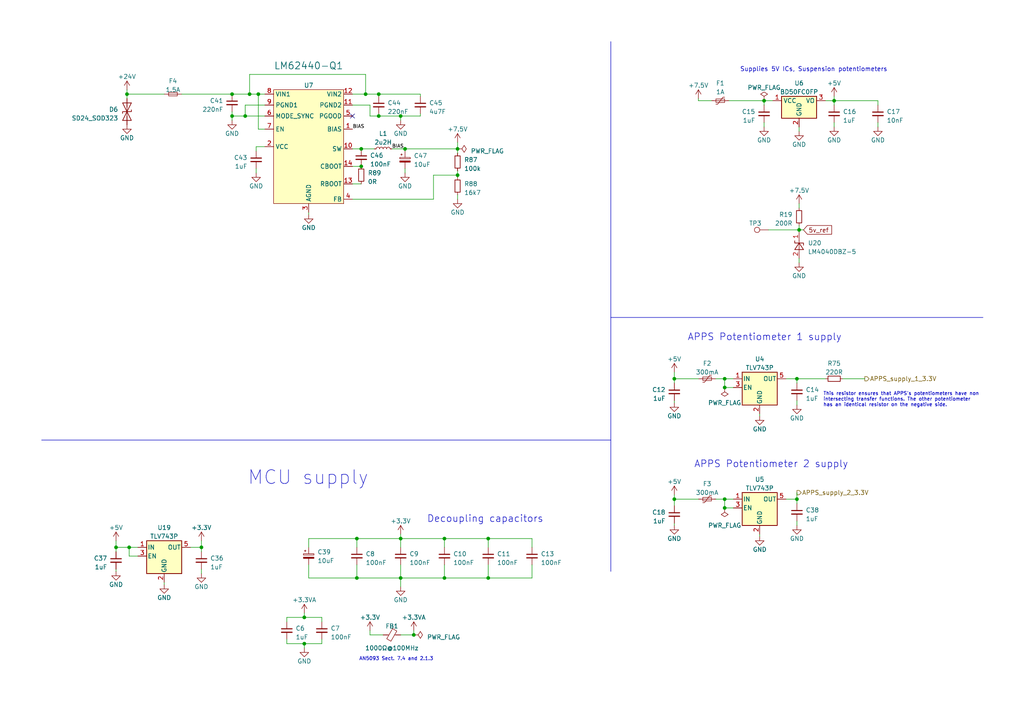
<source format=kicad_sch>
(kicad_sch (version 20230121) (generator eeschema)
  (paper "A4")
  (title_block (title "Power section") (date "2023-03-11") (rev "${REVISION}") (company "Author: Szymon Kostrubiec") (comment 1 "Reviewer:"))
  (lib_symbols
    (symbol "Connector:TestPoint" (pin_numbers hide) (pin_names (offset 0.762) hide)
      (property "Reference" "TP" (at 0 6.858 0))
      (property "Value" "TestPoint" (at 0 5.08 0))
      (symbol "TestPoint_0_1"
        (circle (center 0 3.302) (radius 0.762))
      )
      (symbol "TestPoint_1_1"
        (pin passive line (at 0 0 90) (length 2.54) (name "1") (number "1"))
      )
    )
    (symbol "Device:C_Polarized_Small" (pin_numbers hide) (pin_names (offset 0.254) hide)
      (property "Reference" "C" (at 0.254 1.778 0))
      (property "Value" "C_Polarized_Small" (at 0.254 -2.032 0))
      (symbol "C_Polarized_Small_0_1"
        (rectangle (start -1.524 -0.3048) (end 1.524 -0.6858) (fill (type outline)))
        (rectangle (start -1.524 0.6858) (end 1.524 0.3048))
        (polyline (pts (xy -1.27 1.524) (xy -0.762 1.524)))
        (polyline (pts (xy -1.016 1.27) (xy -1.016 1.778)))
      )
      (symbol "C_Polarized_Small_1_1"
        (pin passive line (at 0 2.54 270) (length 1.8542) (name "~") (number "1"))
        (pin passive line (at 0 -2.54 90) (length 1.8542) (name "~") (number "2"))
      )
    )
    (symbol "Device:C_Small" (pin_numbers hide) (pin_names (offset 0.254) hide)
      (property "Reference" "C" (at 0.254 1.778 0))
      (property "Value" "C_Small" (at 0.254 -2.032 0))
      (symbol "C_Small_0_1"
        (polyline (pts (xy -1.524 -0.508) (xy 1.524 -0.508)) (stroke (width 0.3302)))
        (polyline (pts (xy -1.524 0.508) (xy 1.524 0.508)) (stroke (width 0.3048)))
      )
      (symbol "C_Small_1_1"
        (pin passive line (at 0 2.54 270) (length 2.032) (name "~") (number "1"))
        (pin passive line (at 0 -2.54 90) (length 2.032) (name "~") (number "2"))
      )
    )
    (symbol "Device:FerriteBead_Small" (pin_numbers hide) (pin_names (offset 0))
      (property "Reference" "FB" (at 1.905 1.27 0))
      (property "Value" "FerriteBead_Small" (at 1.905 -1.27 0))
      (symbol "FerriteBead_Small_0_1"
        (polyline (pts (xy 0 -1.27) (xy 0 -0.7874)))
        (polyline (pts (xy 0 0.889) (xy 0 1.2954)))
        (polyline (pts (xy -1.8288 0.2794) (xy -1.1176 1.4986) (xy 1.8288 -0.2032) (xy 1.1176 -1.4224) (xy -1.8288 0.2794)))
      )
      (symbol "FerriteBead_Small_1_1"
        (pin passive line (at 0 2.54 270) (length 1.27) (name "~") (number "1"))
        (pin passive line (at 0 -2.54 90) (length 1.27) (name "~") (number "2"))
      )
    )
    (symbol "Device:Fuse_Small" (pin_numbers hide) (pin_names (offset 0.254) hide)
      (property "Reference" "F" (at 0 -1.524 0))
      (property "Value" "Fuse_Small" (at 0 1.524 0))
      (symbol "Fuse_Small_0_1"
        (rectangle (start -1.27 0.508) (end 1.27 -0.508))
        (polyline (pts (xy -1.27 0) (xy 1.27 0)))
      )
      (symbol "Fuse_Small_1_1"
        (pin passive line (at -2.54 0 0) (length 1.27) (name "~") (number "1"))
        (pin passive line (at 2.54 0 180) (length 1.27) (name "~") (number "2"))
      )
    )
    (symbol "Device:L_Small" (pin_numbers hide) (pin_names (offset 0.254) hide)
      (property "Reference" "L" (at 0.762 1.016 0))
      (property "Value" "L_Small" (at 0.762 -1.016 0))
      (symbol "L_Small_0_1"
        (arc (start 0 -2.032) (mid 0.5058 -1.524) (end 0 -1.016))
        (arc (start 0 -1.016) (mid 0.5058 -0.508) (end 0 0))
        (arc (start 0 0) (mid 0.5058 0.508) (end 0 1.016))
        (arc (start 0 1.016) (mid 0.5058 1.524) (end 0 2.032))
      )
      (symbol "L_Small_1_1"
        (pin passive line (at 0 2.54 270) (length 0.508) (name "~") (number "1"))
        (pin passive line (at 0 -2.54 90) (length 0.508) (name "~") (number "2"))
      )
    )
    (symbol "Device:Polyfuse_Small" (pin_numbers hide) (pin_names (offset 0))
      (property "Reference" "F" (at -1.905 0 90))
      (property "Value" "Polyfuse_Small" (at 1.905 0 90))
      (symbol "Polyfuse_Small_0_1"
        (rectangle (start -0.508 1.27) (end 0.508 -1.27))
        (polyline (pts (xy 0 2.54) (xy 0 -2.54)))
        (polyline (pts (xy -1.016 1.27) (xy -1.016 0.762) (xy 1.016 -0.762) (xy 1.016 -1.27)))
      )
      (symbol "Polyfuse_Small_1_1"
        (pin passive line (at 0 2.54 270) (length 0.635) (name "~") (number "1"))
        (pin passive line (at 0 -2.54 90) (length 0.635) (name "~") (number "2"))
      )
    )
    (symbol "Device:R_Small" (pin_numbers hide) (pin_names (offset 0.254) hide)
      (property "Reference" "R" (at 0.762 0.508 0))
      (property "Value" "R_Small" (at 0.762 -1.016 0))
      (symbol "R_Small_0_1"
        (rectangle (start -0.762 1.778) (end 0.762 -1.778) (stroke (width 0.2032)))
      )
      (symbol "R_Small_1_1"
        (pin passive line (at 0 2.54 270) (length 0.762) (name "~") (number "1"))
        (pin passive line (at 0 -2.54 90) (length 0.762) (name "~") (number "2"))
      )
    )
    (symbol "Diode:SD24_SOD323" (pin_numbers hide) (pin_names (offset 1.016) hide)
      (property "Reference" "D" (at 0 2.54 0))
      (property "Value" "SD24_SOD323" (at 0 -2.54 0))
      (symbol "SD24_SOD323_0_1"
        (polyline (pts (xy 1.27 0) (xy -1.27 0)))
        (polyline (pts (xy -2.54 -1.27) (xy 0 0) (xy -2.54 1.27) (xy -2.54 -1.27)) (stroke (width 0.2032)))
        (polyline (pts (xy 0.508 1.27) (xy 0 1.27) (xy 0 -1.27) (xy -0.508 -1.27)) (stroke (width 0.2032)))
        (polyline (pts (xy 2.54 1.27) (xy 2.54 -1.27) (xy 0 0) (xy 2.54 1.27)) (stroke (width 0.2032)))
      )
      (symbol "SD24_SOD323_1_1"
        (pin passive line (at -3.81 0 0) (length 2.54) (name "A1") (number "1"))
        (pin passive line (at 3.81 0 180) (length 2.54) (name "A2") (number "2"))
      )
    )
    (symbol "LMR51420:LM62440"
      (property "Reference" "U7" (at 0 5.715 0))
      (property "Value" "LM62440-Q1" (at 0 11.43 0))
      (symbol "LM62440_0_1"
        (rectangle (start -10.16 4.445) (end 10.16 -28.575) (fill (type background)))
      )
      (symbol "LM62440_1_1"
        (pin input line (at 12.7 -6.985 180) (length 2.54) (name "BIAS") (number "1"))
        (pin input line (at 12.7 -12.7 180) (length 2.54) (name "SW") (number "10"))
        (pin input line (at 12.7 0 180) (length 2.54) (name "PGND2") (number "11"))
        (pin input line (at 12.7 3.175 180) (length 2.54) (name "VIN2") (number "12"))
        (pin input line (at 12.7 -22.86 180) (length 2.54) (name "RBOOT") (number "13"))
        (pin input line (at 12.7 -17.78 180) (length 2.54) (name "CBOOT") (number "14"))
        (pin input line (at -12.7 -12.065 0) (length 2.54) (name "VCC") (number "2"))
        (pin input line (at 0 -31.115 90) (length 2.54) (name "AGND") (number "3"))
        (pin input line (at 12.7 -27.305 180) (length 2.54) (name "FB") (number "4"))
        (pin input line (at 12.7 -3.175 180) (length 2.54) (name "PGOOD") (number "5"))
        (pin input line (at -12.7 -3.175 0) (length 2.54) (name "MODE_SYNC") (number "6"))
        (pin input line (at -12.7 -6.985 0) (length 2.54) (name "EN") (number "7"))
        (pin input line (at -12.7 3.175 0) (length 2.54) (name "VIN1") (number "8"))
        (pin input line (at -12.7 0 0) (length 2.54) (name "PGND1") (number "9"))
      )
    )
    (symbol "Reference_Voltage:LM4040DBZ-5" (pin_names (offset 0.0254) hide)
      (property "Reference" "U" (at 0 2.54 0))
      (property "Value" "LM4040DBZ-5" (at 0 -3.175 0))
      (symbol "LM4040DBZ-5_0_1"
        (polyline (pts (xy -1.27 0) (xy 0 0) (xy 1.27 0)))
        (polyline (pts (xy -1.27 -1.27) (xy 0.635 0) (xy -1.27 1.27) (xy -1.27 -1.27)) (stroke (width 0.2032)))
        (polyline (pts (xy 0 -1.27) (xy 0.635 -1.27) (xy 0.635 1.27) (xy 1.27 1.27)) (stroke (width 0.2032)))
      )
      (symbol "LM4040DBZ-5_1_1"
        (pin passive line (at 3.81 0 180) (length 2.54) (name "K") (number "1"))
        (pin passive line (at -3.81 0 0) (length 2.54) (name "A") (number "2"))
      )
    )
    (symbol "Regulator_Linear:BD50FC0FP"
      (property "Reference" "U" (at 0 7.62 0))
      (property "Value" "BD50FC0FP" (at 0 5.08 0))
      (symbol "BD50FC0FP_1_1"
        (rectangle (start -5.08 -5.08) (end 5.08 1.27) (stroke (width 0.254)) (fill (type background)))
        (pin power_in line (at -7.62 0 0) (length 2.54) (name "VCC") (number "1"))
        (pin power_in line (at 0 -7.62 90) (length 2.54) (name "GND") (number "2"))
        (pin power_out line (at 7.62 0 180) (length 2.54) (name "VO") (number "3"))
      )
    )
    (symbol "Regulator_Linear:TLV73330PDBV" (pin_names (offset 0.254))
      (property "Reference" "U" (at -3.81 5.715 0))
      (property "Value" "TLV73330PDBV" (at 0 5.715 0))
      (symbol "TLV73330PDBV_0_1"
        (rectangle (start -5.08 4.445) (end 5.08 -5.08) (stroke (width 0.254)) (fill (type background)))
      )
      (symbol "TLV73330PDBV_1_1"
        (pin power_in line (at -7.62 2.54 0) (length 2.54) (name "IN") (number "1"))
        (pin power_in line (at 0 -7.62 90) (length 2.54) (name "GND") (number "2"))
        (pin input line (at -7.62 0 0) (length 2.54) (name "EN") (number "3"))
        (pin no_connect line (at 5.08 0 180) (length 2.54) hide (name "NC") (number "4"))
        (pin power_out line (at 7.62 2.54 180) (length 2.54) (name "OUT") (number "5"))
      )
    )
    (symbol "power:+24V" (power) (pin_names (offset 0))
      (property "Value" "+24V" (at 0 3.556 0))
      (symbol "+24V_0_1"
        (polyline (pts (xy -0.762 1.27) (xy 0 2.54)))
        (polyline (pts (xy 0 0) (xy 0 2.54)))
        (polyline (pts (xy 0 2.54) (xy 0.762 1.27)))
      )
      (symbol "+24V_1_1"
        (pin power_in line (at 0 0 90) (length 0) hide (name "+24V") (number "1"))
      )
    )
    (symbol "power:+3.3V" (power) (pin_names (offset 0))
      (property "Value" "+3.3V" (at 0 3.556 0))
      (symbol "+3.3V_0_1"
        (polyline (pts (xy -0.762 1.27) (xy 0 2.54)))
        (polyline (pts (xy 0 0) (xy 0 2.54)))
        (polyline (pts (xy 0 2.54) (xy 0.762 1.27)))
      )
      (symbol "+3.3V_1_1"
        (pin power_in line (at 0 0 90) (length 0) hide (name "+3.3V") (number "1"))
      )
    )
    (symbol "power:+3.3VA" (power) (pin_names (offset 0))
      (property "Value" "+3.3VA" (at 0 3.556 0))
      (symbol "+3.3VA_0_1"
        (polyline (pts (xy -0.762 1.27) (xy 0 2.54)))
        (polyline (pts (xy 0 0) (xy 0 2.54)))
        (polyline (pts (xy 0 2.54) (xy 0.762 1.27)))
      )
      (symbol "+3.3VA_1_1"
        (pin power_in line (at 0 0 90) (length 0) hide (name "+3.3VA") (number "1"))
      )
    )
    (symbol "power:+5V" (power) (pin_names (offset 0))
      (property "Value" "+5V" (at 0 3.556 0))
      (symbol "+5V_0_1"
        (polyline (pts (xy -0.762 1.27) (xy 0 2.54)))
        (polyline (pts (xy 0 0) (xy 0 2.54)))
        (polyline (pts (xy 0 2.54) (xy 0.762 1.27)))
      )
      (symbol "+5V_1_1"
        (pin power_in line (at 0 0 90) (length 0) hide (name "+5V") (number "1"))
      )
    )
    (symbol "power:+7V" (power) (pin_names (offset 0))
      (property "Value" "+7V" (at 0 3.556 0))
      (symbol "+7V_0_1"
        (polyline (pts (xy -0.762 1.27) (xy 0 2.54)))
        (polyline (pts (xy 0 0) (xy 0 2.54)))
        (polyline (pts (xy 0 2.54) (xy 0.762 1.27)))
      )
      (symbol "+7V_1_1"
        (pin power_in line (at 0 0 90) (length 0) hide (name "+7.5V") (number "1"))
      )
    )
    (symbol "power:GND" (power) (pin_names (offset 0))
      (property "Value" "GND" (at 0 -3.81 0))
      (symbol "GND_0_1"
        (polyline (pts (xy 0 0) (xy 0 -1.27) (xy 1.27 -1.27) (xy 0 -2.54) (xy -1.27 -1.27) (xy 0 -1.27)))
      )
      (symbol "GND_1_1"
        (pin power_in line (at 0 0 270) (length 0) hide (name "GND") (number "1"))
      )
    )
    (symbol "power:PWR_FLAG" (power) (pin_numbers hide) (pin_names (offset 0) hide)
      (property "Value" "PWR_FLAG" (at 0 3.81 0))
      (symbol "PWR_FLAG_0_0"
        (pin power_out line (at 0 0 90) (length 0) (name "pwr") (number "1"))
      )
      (symbol "PWR_FLAG_0_1"
        (polyline (pts (xy 0 0) (xy 0 1.27) (xy -1.016 1.905) (xy 0 2.54) (xy 1.016 1.905) (xy 0 1.27)))
      )
    )
  )
  (junction (at 141.605 167.64))
  (junction (at 67.31 27.305))
  (junction (at 231.14 144.78))
  (junction (at 116.205 33.655))
  (junction (at 210.185 147.32))
  (junction (at 37.465 158.75))
  (junction (at 128.905 167.64))
  (junction (at 71.12 33.655))
  (junction (at 58.42 158.75))
  (junction (at 117.475 43.18))
  (junction (at 120.015 184.15))
  (junction (at 33.655 158.75))
  (junction (at 88.265 179.07))
  (junction (at 109.855 33.655))
  (junction (at 210.185 109.855))
  (junction (at 103.505 156.21))
  (junction (at 106.045 27.305))
  (junction (at 116.205 167.64))
  (junction (at 72.39 27.305))
  (junction (at 109.855 27.305))
  (junction (at 195.58 144.78))
  (junction (at 88.265 186.69))
  (junction (at 132.715 43.18))
  (junction (at 231.775 66.675))
  (junction (at 231.14 109.855))
  (junction (at 210.185 112.395))
  (junction (at 36.83 27.305))
  (junction (at 67.31 33.655))
  (junction (at 132.715 50.8))
  (junction (at 103.505 167.64))
  (junction (at 195.58 109.855))
  (junction (at 221.615 29.21))
  (junction (at 104.775 48.26))
  (junction (at 116.205 156.21))
  (junction (at 241.935 29.21))
  (junction (at 104.775 43.18))
  (junction (at 74.93 27.305))
  (junction (at 210.185 144.78))
  (junction (at 128.905 156.21))
  (junction (at 141.605 156.21))
  (no_connect (at 102.235 33.655))
  (wire (pts (xy 74.93 27.305) (xy 76.835 27.305)))
  (wire (pts (xy 221.615 29.21) (xy 221.615 30.48)))
  (wire (pts (xy 72.39 27.305) (xy 74.93 27.305)))
  (wire (pts (xy 227.965 144.78) (xy 231.14 144.78)))
  (wire (pts (xy 244.475 109.855) (xy 250.825 109.855)))
  (wire (pts (xy 72.39 27.305) (xy 72.39 21.59)))
  (wire (pts (xy 220.345 120.015) (xy 220.345 120.65)))
  (wire (pts (xy 210.185 144.78) (xy 210.185 147.32)))
  (wire (pts (xy 103.505 167.64) (xy 103.505 163.83)))
  (wire (pts (xy 231.775 66.675) (xy 233.045 66.675)))
  (wire (pts (xy 195.58 116.205) (xy 195.58 116.84)))
  (wire (pts (xy 83.185 185.42) (xy 83.185 186.69)))
  (wire (pts (xy 254.635 29.21) (xy 254.635 30.48)))
  (wire (pts (xy 88.265 177.8) (xy 88.265 179.07)))
  (wire (pts (xy 116.205 33.655) (xy 121.92 33.655)))
  (wire (pts (xy 83.185 179.07) (xy 88.265 179.07)))
  (wire (pts (xy 58.42 158.75) (xy 58.42 160.02)))
  (wire (pts (xy 104.775 43.18) (xy 108.585 43.18)))
  (wire (pts (xy 206.375 29.21) (xy 202.565 29.21)))
  (wire (pts (xy 107.315 184.15) (xy 111.125 184.15)))
  (polyline (pts (xy 177.165 127.635) (xy 177.165 92.075)))
  (wire (pts (xy 107.315 30.48) (xy 107.315 33.655)))
  (wire (pts (xy 132.715 50.8) (xy 132.715 51.435)))
  (wire (pts (xy 67.31 32.385) (xy 67.31 33.655)))
  (wire (pts (xy 195.58 107.95) (xy 195.58 109.855)))
  (wire (pts (xy 116.205 33.655) (xy 116.205 34.925)))
  (wire (pts (xy 195.58 111.125) (xy 195.58 109.855)))
  (wire (pts (xy 74.295 43.815) (xy 74.295 42.545)))
  (wire (pts (xy 231.14 151.13) (xy 231.14 152.4)))
  (wire (pts (xy 109.855 27.305) (xy 109.855 27.94)))
  (polyline (pts (xy 177.165 12.065) (xy 177.165 92.075)))
  (wire (pts (xy 231.14 116.205) (xy 231.14 117.475)))
  (wire (pts (xy 241.935 29.21) (xy 241.935 30.48)))
  (wire (pts (xy 47.625 168.91) (xy 47.625 169.545)))
  (wire (pts (xy 102.235 27.305) (xy 106.045 27.305)))
  (wire (pts (xy 141.605 167.64) (xy 128.905 167.64)))
  (wire (pts (xy 102.235 48.26) (xy 104.775 48.26)))
  (wire (pts (xy 107.315 182.88) (xy 107.315 184.15)))
  (wire (pts (xy 121.92 27.305) (xy 121.92 27.94)))
  (wire (pts (xy 36.83 27.305) (xy 36.83 28.575)))
  (wire (pts (xy 55.245 158.75) (xy 58.42 158.75)))
  (wire (pts (xy 106.045 27.305) (xy 109.855 27.305)))
  (wire (pts (xy 83.185 180.34) (xy 83.185 179.07)))
  (wire (pts (xy 89.535 61.595) (xy 89.535 62.23)))
  (wire (pts (xy 74.93 37.465) (xy 74.93 27.305)))
  (wire (pts (xy 241.935 35.56) (xy 241.935 36.83)))
  (wire (pts (xy 106.045 21.59) (xy 106.045 27.305)))
  (wire (pts (xy 88.265 179.07) (xy 93.345 179.07)))
  (wire (pts (xy 227.965 109.855) (xy 231.14 109.855)))
  (wire (pts (xy 89.535 163.83) (xy 89.535 167.64)))
  (wire (pts (xy 128.905 163.83) (xy 128.905 167.64)))
  (wire (pts (xy 74.295 48.895) (xy 74.295 50.165)))
  (wire (pts (xy 132.715 43.18) (xy 132.715 41.275)))
  (wire (pts (xy 33.655 158.75) (xy 37.465 158.75)))
  (wire (pts (xy 107.315 33.655) (xy 109.855 33.655)))
  (wire (pts (xy 113.665 43.18) (xy 117.475 43.18)))
  (wire (pts (xy 141.605 156.21) (xy 141.605 158.75)))
  (wire (pts (xy 36.83 26.035) (xy 36.83 27.305)))
  (wire (pts (xy 117.475 43.18) (xy 117.475 43.815)))
  (wire (pts (xy 117.475 43.18) (xy 132.715 43.18)))
  (wire (pts (xy 93.345 186.69) (xy 93.345 185.42)))
  (wire (pts (xy 116.205 163.83) (xy 116.205 167.64)))
  (wire (pts (xy 102.235 57.785) (xy 125.73 57.785)))
  (wire (pts (xy 210.185 144.78) (xy 212.725 144.78)))
  (wire (pts (xy 116.205 154.94) (xy 116.205 156.21)))
  (wire (pts (xy 207.645 144.78) (xy 210.185 144.78)))
  (wire (pts (xy 109.855 33.655) (xy 116.205 33.655)))
  (wire (pts (xy 231.14 144.78) (xy 231.14 146.05)))
  (wire (pts (xy 125.73 50.8) (xy 132.715 50.8)))
  (wire (pts (xy 195.58 144.78) (xy 195.58 146.685)))
  (wire (pts (xy 154.305 163.83) (xy 154.305 167.64)))
  (wire (pts (xy 89.535 156.21) (xy 103.505 156.21)))
  (wire (pts (xy 154.305 158.75) (xy 154.305 156.21)))
  (wire (pts (xy 103.505 156.21) (xy 116.205 156.21)))
  (wire (pts (xy 36.83 27.305) (xy 47.625 27.305)))
  (wire (pts (xy 195.58 151.765) (xy 195.58 152.4)))
  (wire (pts (xy 67.31 27.305) (xy 72.39 27.305)))
  (wire (pts (xy 116.205 156.21) (xy 128.905 156.21)))
  (wire (pts (xy 88.265 186.69) (xy 88.265 187.96)))
  (wire (pts (xy 128.905 167.64) (xy 116.205 167.64)))
  (wire (pts (xy 207.645 109.855) (xy 210.185 109.855)))
  (wire (pts (xy 33.655 160.02) (xy 33.655 158.75)))
  (wire (pts (xy 241.935 29.21) (xy 254.635 29.21)))
  (wire (pts (xy 116.205 184.15) (xy 120.015 184.15)))
  (polyline (pts (xy 177.165 165.735) (xy 177.165 127.635)))
  (wire (pts (xy 220.345 154.94) (xy 220.345 155.575)))
  (wire (pts (xy 109.855 27.305) (xy 121.92 27.305)))
  (wire (pts (xy 154.305 167.64) (xy 141.605 167.64)))
  (wire (pts (xy 210.185 109.855) (xy 210.185 112.395)))
  (wire (pts (xy 195.58 143.51) (xy 195.58 144.78)))
  (wire (pts (xy 52.705 27.305) (xy 67.31 27.305)))
  (polyline (pts (xy 177.165 92.075) (xy 285.115 92.075)))
  (wire (pts (xy 231.14 142.875) (xy 231.14 144.78)))
  (wire (pts (xy 58.42 165.1) (xy 58.42 166.37)))
  (wire (pts (xy 154.305 156.21) (xy 141.605 156.21)))
  (wire (pts (xy 212.725 112.395) (xy 210.185 112.395)))
  (wire (pts (xy 195.58 144.78) (xy 202.565 144.78)))
  (wire (pts (xy 58.42 156.845) (xy 58.42 158.75)))
  (wire (pts (xy 102.235 30.48) (xy 107.315 30.48)))
  (wire (pts (xy 33.655 165.1) (xy 33.655 165.735)))
  (wire (pts (xy 211.455 29.21) (xy 221.615 29.21)))
  (wire (pts (xy 67.31 33.655) (xy 71.12 33.655)))
  (wire (pts (xy 231.775 36.83) (xy 231.775 38.1)))
  (wire (pts (xy 195.58 109.855) (xy 202.565 109.855)))
  (wire (pts (xy 231.14 109.855) (xy 231.14 111.125)))
  (wire (pts (xy 93.345 179.07) (xy 93.345 180.34)))
  (wire (pts (xy 102.235 43.18) (xy 104.775 43.18)))
  (wire (pts (xy 74.295 42.545) (xy 76.835 42.545)))
  (wire (pts (xy 231.14 109.855) (xy 239.395 109.855)))
  (wire (pts (xy 231.775 74.93) (xy 231.775 76.2)))
  (wire (pts (xy 254.635 35.56) (xy 254.635 36.83)))
  (wire (pts (xy 37.465 158.75) (xy 37.465 161.29)))
  (wire (pts (xy 210.185 109.855) (xy 212.725 109.855)))
  (wire (pts (xy 141.605 163.83) (xy 141.605 167.64)))
  (wire (pts (xy 128.905 156.21) (xy 141.605 156.21)))
  (wire (pts (xy 239.395 29.21) (xy 241.935 29.21)))
  (wire (pts (xy 231.775 59.055) (xy 231.775 60.325)))
  (wire (pts (xy 71.12 33.655) (xy 76.835 33.655)))
  (wire (pts (xy 120.015 184.15) (xy 120.015 182.88)))
  (wire (pts (xy 102.235 53.34) (xy 104.775 53.34)))
  (wire (pts (xy 128.905 156.21) (xy 128.905 158.75)))
  (wire (pts (xy 221.615 35.56) (xy 221.615 36.83)))
  (wire (pts (xy 132.715 56.515) (xy 132.715 57.785)))
  (wire (pts (xy 88.265 186.69) (xy 93.345 186.69)))
  (wire (pts (xy 222.885 66.675) (xy 231.775 66.675)))
  (wire (pts (xy 116.205 156.21) (xy 116.205 158.75)))
  (wire (pts (xy 125.73 57.785) (xy 125.73 50.8)))
  (wire (pts (xy 241.935 29.21) (xy 241.935 27.94)))
  (wire (pts (xy 116.205 167.64) (xy 116.205 170.18)))
  (wire (pts (xy 89.535 158.75) (xy 89.535 156.21)))
  (wire (pts (xy 71.12 30.48) (xy 71.12 33.655)))
  (wire (pts (xy 117.475 48.895) (xy 117.475 50.165)))
  (wire (pts (xy 231.775 67.31) (xy 231.775 66.675)))
  (wire (pts (xy 212.725 147.32) (xy 210.185 147.32)))
  (polyline (pts (xy 12.065 127.635) (xy 177.165 127.635)))
  (wire (pts (xy 109.855 33.02) (xy 109.855 33.655)))
  (wire (pts (xy 202.565 29.21) (xy 202.565 28.575)))
  (wire (pts (xy 121.92 33.02) (xy 121.92 33.655)))
  (wire (pts (xy 132.715 49.53) (xy 132.715 50.8)))
  (wire (pts (xy 40.005 161.29) (xy 37.465 161.29)))
  (wire (pts (xy 221.615 29.21) (xy 224.155 29.21)))
  (wire (pts (xy 72.39 21.59) (xy 106.045 21.59)))
  (wire (pts (xy 67.31 33.655) (xy 67.31 34.925)))
  (wire (pts (xy 231.775 65.405) (xy 231.775 66.675)))
  (wire (pts (xy 33.655 156.845) (xy 33.655 158.75)))
  (wire (pts (xy 132.715 43.18) (xy 132.715 44.45)))
  (wire (pts (xy 103.505 158.75) (xy 103.505 156.21)))
  (wire (pts (xy 89.535 167.64) (xy 103.505 167.64)))
  (wire (pts (xy 76.835 30.48) (xy 71.12 30.48)))
  (wire (pts (xy 76.835 37.465) (xy 74.93 37.465)))
  (wire (pts (xy 116.205 167.64) (xy 103.505 167.64)))
  (wire (pts (xy 37.465 158.75) (xy 40.005 158.75)))
  (wire (pts (xy 83.185 186.69) (xy 88.265 186.69)))
  (image (at -68.58 57.785) (scale 1.50772))
  (text "APPS Potentiometer 2 supply" (at 201.295 135.89 0) (effects (font (size 2 2)) (justify left bottom)))
  (text "Decoupling capacitors" (at 123.825 151.765 0) (effects (font (size 2 2)) (justify left bottom)))
  (text "AN5093 Sect. 7.4 and 2.1.3" (at 104.14 191.77 0) (effects (font (size 1 1)) (justify left bottom)))
  (text "This resistor ensures that APPS's potentiometers have non \nintersecting transfer functions. The other potentiometer \nhas an identical resistor on the negative side." (at 238.76 118.11 0) (effects (font (size 1 1)) (justify left bottom)))
  (text "Supplies 5V ICs, Suspension potentiometers" (at 214.63 20.955 0) (effects (font (size 1.27 1.27)) (justify left bottom)))
  (text "APPS Potentiometer 1 supply" (at 199.39 99.06 0) (effects (font (size 2 2)) (justify left bottom)))
  (text "MCU supply" (at 71.755 140.97 0) (effects (font (size 4 4)) (justify left bottom)))
  (label "BIAS" (at 113.665 43.18 0) (effects (font (size 1 1))))
  (label "BIAS" (at 102.235 37.465 0) (effects (font (size 1 1))))
  (global_label "5v_ref" (shape input) (at 233.045 66.675 0) (property "Intersheetrefs" "${INTERSHEET_REFS}" (effects hide)))
  (hierarchical_label "APPS_supply_2_3.3V" (shape output) (at 231.14 142.875 0))
  (hierarchical_label "APPS_supply_1_3.3V" (shape output) (at 250.825 109.855 0))
  (symbol (lib_id "Device:Polyfuse_Small") (at 208.915 29.21 90) (unit 1)
    (property "Reference" "F1" (at 208.915 24.13 90))
    (property "Value" "1A" (at 208.915 26.67 90))
    (property "Footprint" "Fuse:Fuse_1812_4532Metric_Pad1.30x3.40mm_HandSolder" (effects hide))
    (property "Datasheet" "https://www.mouser.pl/ProductDetail/Bussmann-Eaton/PTS18128V110?qs=QmibqUXyDhRaoNdJZeFheA%3D%3D" (effects hide))
  )
  (symbol (lib_id "power:GND") (at 241.935 36.83 0) (unit 1)
    (property "Reference" "#PWR053" (effects hide))
    (property "Value" "GND" (at 241.935 40.64 0))
  )
  (symbol (lib_id "power:PWR_FLAG") (at 210.185 112.395 180) (unit 1)
    (property "Reference" "#FLG06" (effects hide))
    (property "Value" "PWR_FLAG" (at 210.185 116.84 0))
  )
  (symbol (lib_id "Device:C_Small") (at 33.655 162.56 0) (mirror y) (unit 1)
    (property "Reference" "C37" (at 31.115 161.9313 0) (effects (justify left)))
    (property "Value" "1uF" (at 31.115 164.4713 0) (effects (justify left)))
    (property "Footprint" "Capacitor_SMD:C_0402_1005Metric_Pad0.74x0.62mm_HandSolder" (effects hide))
  )
  (symbol (lib_id "Device:C_Small") (at 195.58 113.665 0) (mirror y) (unit 1)
    (property "Reference" "C12" (at 193.04 113.0363 0) (effects (justify left)))
    (property "Value" "1uF" (at 193.04 115.5763 0) (effects (justify left)))
    (property "Footprint" "Capacitor_SMD:C_0402_1005Metric_Pad0.74x0.62mm_HandSolder" (effects hide))
  )
  (symbol (lib_id "Device:C_Small") (at 109.855 30.48 0) (mirror y) (unit 1)
    (property "Reference" "C44" (at 112.395 29.8513 0) (effects (justify right)))
    (property "Value" "220nF" (at 112.395 32.3913 0) (effects (justify right)))
    (property "Footprint" "Capacitor_SMD:C_0402_1005Metric_Pad0.74x0.62mm_HandSolder" (effects hide))
  )
  (symbol (lib_id "Regulator_Linear:TLV73330PDBV") (at 220.345 147.32 0) (unit 1)
    (property "Reference" "U5" (at 220.345 139.065 0))
    (property "Value" "TLV743P" (at 220.345 141.605 0))
    (property "Footprint" "Package_TO_SOT_SMD:SOT-23-5_HandSoldering" (effects hide))
    (property "Datasheet" "https://www.mouser.pl/ProductDetail/Texas-Instruments/TLV74333PDBVR?qs=EU6FO9ffTwe08kePOwcQGA%3D%3D" (effects hide))
  )
  (symbol (lib_id "Device:C_Small") (at 116.205 161.29 0) (unit 1)
    (property "Reference" "C9" (at 118.745 160.6613 0) (effects (justify left)))
    (property "Value" "100nF" (at 118.745 163.2013 0) (effects (justify left)))
    (property "Footprint" "Capacitor_SMD:C_0402_1005Metric_Pad0.74x0.62mm_HandSolder" (effects hide))
  )
  (symbol (lib_id "power:+3.3VA") (at 120.015 182.88 0) (unit 1)
    (property "Reference" "#PWR042" (effects hide))
    (property "Value" "+3.3VA" (at 120.015 179.07 0))
  )
  (symbol (lib_id "Device:R_Small") (at 241.935 109.855 90) (unit 1)
    (property "Reference" "R75" (at 241.935 105.41 90))
    (property "Value" "220R" (at 241.935 107.95 90))
    (property "Footprint" "Resistor_SMD:R_0402_1005Metric" (effects hide))
  )
  (symbol (lib_id "Regulator_Linear:TLV73330PDBV") (at 47.625 161.29 0) (unit 1)
    (property "Reference" "U19" (at 47.625 153.035 0))
    (property "Value" "TLV743P" (at 47.625 155.575 0))
    (property "Footprint" "Package_TO_SOT_SMD:SOT-23-5_HandSoldering" (effects hide))
    (property "Datasheet" "https://www.mouser.pl/ProductDetail/Texas-Instruments/TLV74333PDBVR?qs=EU6FO9ffTwe08kePOwcQGA%3D%3D" (effects hide))
  )
  (symbol (lib_id "power:GND") (at 116.205 170.18 0) (unit 1)
    (property "Reference" "#PWR041" (effects hide))
    (property "Value" "GND" (at 116.205 173.99 0))
  )
  (symbol (lib_id "Device:C_Small") (at 241.935 33.02 0) (unit 1)
    (property "Reference" "C16" (at 244.475 32.3913 0) (effects (justify left)))
    (property "Value" "1uF" (at 244.475 34.9313 0) (effects (justify left)))
    (property "Footprint" "Capacitor_SMD:C_0402_1005Metric_Pad0.74x0.62mm_HandSolder" (effects hide))
  )
  (symbol (lib_id "power:GND") (at 231.14 152.4 0) (unit 1)
    (property "Reference" "#PWR057" (effects hide))
    (property "Value" "GND" (at 231.14 156.21 0))
  )
  (symbol (lib_id "Device:Fuse_Small") (at 50.165 27.305 0) (unit 1)
    (property "Reference" "F4" (at 50.165 23.495 0))
    (property "Value" "1.5A" (at 50.165 26.035 0))
    (property "Footprint" "Fuse:Fuse_1812_4532Metric_Pad1.30x3.40mm_HandSolder" (effects hide))
    (property "Datasheet" "https://www.mouser.pl/ProductDetail/Bussmann-Eaton/PTS181224V150?qs=QmibqUXyDhRxaQSOqpryEg%3D%3D" (effects hide))
  )
  (symbol (lib_id "power:+7V") (at 231.775 59.055 0) (unit 1)
    (property "Reference" "#PWR090" (effects hide))
    (property "Value" "+7V" (at 231.775 55.245 0))
  )
  (symbol (lib_id "power:GND") (at 220.345 155.575 0) (unit 1)
    (property "Reference" "#PWR054" (effects hide))
    (property "Value" "GND" (at 220.345 159.385 0))
  )
  (symbol (lib_id "power:GND") (at 231.775 38.1 0) (unit 1)
    (property "Reference" "#PWR051" (effects hide))
    (property "Value" "GND" (at 231.775 41.91 0))
  )
  (symbol (lib_id "power:PWR_FLAG") (at 120.015 184.15 270) (unit 1)
    (property "Reference" "#FLG03" (effects hide))
    (property "Value" "PWR_FLAG" (at 123.825 184.785 90) (effects (justify left)))
  )
  (symbol (lib_id "power:GND") (at 74.295 50.165 0) (unit 1)
    (property "Reference" "#PWR0153" (effects hide))
    (property "Value" "GND" (at 74.295 53.975 0))
  )
  (symbol (lib_id "power:+3.3V") (at 58.42 156.845 0) (unit 1)
    (property "Reference" "#PWR0128" (effects hide))
    (property "Value" "+3.3V" (at 58.42 153.035 0))
  )
  (symbol (lib_id "power:GND") (at 132.715 57.785 0) (unit 1)
    (property "Reference" "#PWR0157" (effects hide))
    (property "Value" "GND" (at 132.715 61.595 0))
  )
  (symbol (lib_id "Device:L_Small") (at 111.125 43.18 90) (unit 1)
    (property "Reference" "L1" (at 111.125 38.735 90))
    (property "Value" "2u2H" (at 111.125 41.275 90))
    (property "Footprint" "Inductor_SMD:L_Abracon_ASPI-4030S" (effects hide))
    (property "Datasheet" "https://www.mouser.pl/datasheet/2/3/ASPI-4030S-1774929.pdf" (effects hide))
  )
  (symbol (lib_id "Device:Polyfuse_Small") (at 205.105 144.78 90) (unit 1)
    (property "Reference" "F3" (at 205.105 140.335 90))
    (property "Value" "300mA" (at 205.105 142.875 90))
    (property "Footprint" "Fuse:Fuse_0603_1608Metric_Pad1.05x0.95mm_HandSolder" (effects hide))
    (property "Datasheet" "https://www.mouser.pl/datasheet/2/447/YAGO_S_A0011407805_1-2572780.pdf" (effects hide))
  )
  (symbol (lib_id "Device:C_Small") (at 141.605 161.29 0) (unit 1)
    (property "Reference" "C11" (at 144.145 160.6613 0) (effects (justify left)))
    (property "Value" "100nF" (at 144.145 163.2013 0) (effects (justify left)))
    (property "Footprint" "Capacitor_SMD:C_0402_1005Metric_Pad0.74x0.62mm_HandSolder" (effects hide))
  )
  (symbol (lib_id "power:+5V") (at 33.655 156.845 0) (unit 1)
    (property "Reference" "#PWR0131" (effects hide))
    (property "Value" "+5V" (at 33.655 153.035 0))
  )
  (symbol (lib_id "Regulator_Linear:BD50FC0FP") (at 231.775 29.21 0) (unit 1)
    (property "Reference" "U6" (at 231.775 24.13 0))
    (property "Value" "BD50FC0FP" (at 231.775 26.67 0))
    (property "Footprint" "Package_TO_SOT_SMD:TO-252-2" (effects hide))
    (property "Datasheet" "https://www.mouser.pl/ProductDetail/ROHM-Semiconductor/BD50FC0FP-E2?qs=WHeKGGBt0W8uWVHTPqw4VQ%3D%3D" (effects hide))
  )
  (symbol (lib_id "power:GND") (at 254.635 36.83 0) (unit 1)
    (property "Reference" "#PWR056" (effects hide))
    (property "Value" "GND" (at 254.635 40.64 0))
  )
  (symbol (lib_id "Device:C_Small") (at 221.615 33.02 0) (mirror y) (unit 1)
    (property "Reference" "C15" (at 219.075 32.3913 0) (effects (justify left)))
    (property "Value" "1uF" (at 219.075 34.9313 0) (effects (justify left)))
    (property "Footprint" "Capacitor_SMD:C_0402_1005Metric_Pad0.74x0.62mm_HandSolder" (effects hide))
  )
  (symbol (lib_id "power:GND") (at 88.265 187.96 0) (unit 1)
    (property "Reference" "#PWR038" (effects hide))
    (property "Value" "GND" (at 88.265 191.77 0))
  )
  (symbol (lib_id "Device:C_Small") (at 195.58 149.225 0) (mirror y) (unit 1)
    (property "Reference" "C18" (at 193.04 148.5963 0) (effects (justify left)))
    (property "Value" "1uF" (at 193.04 151.1363 0) (effects (justify left)))
    (property "Footprint" "Capacitor_SMD:C_0402_1005Metric_Pad0.74x0.62mm_HandSolder" (effects hide))
  )
  (symbol (lib_id "power:+5V") (at 195.58 143.51 0) (unit 1)
    (property "Reference" "#PWR046" (effects hide))
    (property "Value" "+5V" (at 195.58 139.7 0))
  )
  (symbol (lib_id "power:GND") (at 117.475 50.165 0) (unit 1)
    (property "Reference" "#PWR0156" (effects hide))
    (property "Value" "GND" (at 117.475 53.975 0))
  )
  (symbol (lib_id "power:+7V") (at 202.565 28.575 0) (unit 1)
    (property "Reference" "#PWR0136" (effects hide))
    (property "Value" "+7V" (at 202.565 24.765 0))
  )
  (symbol (lib_id "Regulator_Linear:TLV73330PDBV") (at 220.345 112.395 0) (unit 1)
    (property "Reference" "U4" (at 220.345 104.14 0))
    (property "Value" "TLV743P" (at 220.345 106.68 0))
    (property "Footprint" "Package_TO_SOT_SMD:SOT-23-5_HandSoldering" (effects hide))
    (property "Datasheet" "https://www.mouser.pl/ProductDetail/Texas-Instruments/TLV74333PDBVR?qs=EU6FO9ffTwe08kePOwcQGA%3D%3D" (effects hide))
  )
  (symbol (lib_id "Reference_Voltage:LM4040DBZ-5") (at 231.775 71.12 90) (unit 1)
    (property "Reference" "U20" (at 234.315 70.485 90) (effects (justify right)))
    (property "Value" "LM4040DBZ-5" (at 234.315 73.025 90) (effects (justify right)))
    (property "Footprint" "Package_TO_SOT_SMD:SOT-23" (effects hide))
    (property "Datasheet" "http://www.ti.com/lit/ds/symlink/lm4040-n.pdf" (effects hide))
  )
  (symbol (lib_id "power:GND") (at 220.345 120.65 0) (unit 1)
    (property "Reference" "#PWR043" (effects hide))
    (property "Value" "GND" (at 220.345 124.46 0))
  )
  (symbol (lib_id "Device:C_Small") (at 121.92 30.48 0) (mirror y) (unit 1)
    (property "Reference" "C45" (at 124.46 29.8513 0) (effects (justify right)))
    (property "Value" "4u7F" (at 124.46 32.3913 0) (effects (justify right)))
    (property "Footprint" "Capacitor_SMD:CP_Elec_4x5.7" (effects hide))
  )
  (symbol (lib_id "power:PWR_FLAG") (at 210.185 147.32 180) (unit 1)
    (property "Reference" "#FLG07" (effects hide))
    (property "Value" "PWR_FLAG" (at 210.185 152.4 0))
  )
  (symbol (lib_id "power:GND") (at 89.535 62.23 0) (unit 1)
    (property "Reference" "#PWR0154" (effects hide))
    (property "Value" "GND" (at 89.535 66.04 0))
  )
  (symbol (lib_id "power:GND") (at 221.615 36.83 0) (unit 1)
    (property "Reference" "#PWR050" (effects hide))
    (property "Value" "GND" (at 221.615 40.64 0))
  )
  (symbol (lib_id "Connector:TestPoint") (at 222.885 66.675 90) (unit 1)
    (property "Reference" "TP3" (at 219.075 64.77 90))
    (property "Value" "TestPoint" (effects hide))
    (property "Footprint" "TestPoint:TestPoint_Pad_1.0x1.0mm" (effects hide))
  )
  (symbol (lib_id "Device:R_Small") (at 231.775 62.865 0) (mirror y) (unit 1)
    (property "Reference" "R19" (at 229.87 62.23 0) (effects (justify left)))
    (property "Value" "200R" (at 229.87 64.77 0) (effects (justify left)))
    (property "Footprint" "Resistor_SMD:R_0402_1005Metric" (effects hide))
  )
  (symbol (lib_id "power:GND") (at 47.625 169.545 0) (unit 1)
    (property "Reference" "#PWR0130" (effects hide))
    (property "Value" "GND" (at 47.625 173.355 0))
  )
  (symbol (lib_id "Device:C_Small") (at 67.31 29.845 0) (unit 1)
    (property "Reference" "C41" (at 64.77 29.2163 0) (effects (justify right)))
    (property "Value" "220nF" (at 64.77 31.7563 0) (effects (justify right)))
    (property "Footprint" "Capacitor_SMD:C_0402_1005Metric_Pad0.74x0.62mm_HandSolder" (effects hide))
  )
  (symbol (lib_id "LMR51420:LM62440") (at 89.535 30.48 0) (unit 1)
    (property "Reference" "U7" (at 89.535 24.765 0))
    (property "Value" "LM62440-Q1" (at 89.535 19.05 0) (effects (font (size 2 2))))
    (property "Footprint" "Frontbox:IC_LM61460AANRJRR" (effects hide))
    (property "Datasheet" "https://www.ti.com/general/docs/suppproductinfo.tsp?distId=26&gotoUrl=https://www.ti.com/lit/gpn/lm62440-q1" (effects hide))
  )
  (symbol (lib_id "power:+5V") (at 195.58 107.95 0) (unit 1)
    (property "Reference" "#PWR035" (effects hide))
    (property "Value" "+5V" (at 195.58 104.14 0))
  )
  (symbol (lib_id "Device:C_Small") (at 58.42 162.56 0) (unit 1)
    (property "Reference" "C36" (at 60.96 161.9313 0) (effects (justify left)))
    (property "Value" "1uF" (at 60.96 164.4713 0) (effects (justify left)))
    (property "Footprint" "Capacitor_SMD:C_0402_1005Metric_Pad0.74x0.62mm_HandSolder" (effects hide))
  )
  (symbol (lib_id "Device:C_Small") (at 104.775 45.72 0) (mirror y) (unit 1)
    (property "Reference" "C46" (at 107.315 45.0913 0) (effects (justify right)))
    (property "Value" "100nF" (at 107.315 47.6313 0) (effects (justify right)))
    (property "Footprint" "Capacitor_SMD:C_0402_1005Metric_Pad0.74x0.62mm_HandSolder" (effects hide))
  )
  (symbol (lib_id "power:GND") (at 33.655 165.735 0) (unit 1)
    (property "Reference" "#PWR0132" (effects hide))
    (property "Value" "GND" (at 33.655 169.545 0))
  )
  (symbol (lib_id "power:+3.3V") (at 107.315 182.88 0) (unit 1)
    (property "Reference" "#PWR039" (effects hide))
    (property "Value" "+3.3V" (at 107.315 179.07 0))
  )
  (symbol (lib_id "power:+24V") (at 36.83 26.035 0) (unit 1)
    (property "Reference" "#PWR047" (effects hide))
    (property "Value" "+24V" (at 36.83 22.225 0))
  )
  (symbol (lib_id "Device:C_Small") (at 74.295 46.355 0) (unit 1)
    (property "Reference" "C43" (at 71.755 45.7263 0) (effects (justify right)))
    (property "Value" "1uF" (at 71.755 48.2663 0) (effects (justify right)))
    (property "Footprint" "Capacitor_SMD:C_0402_1005Metric_Pad0.74x0.62mm_HandSolder" (effects hide))
  )
  (symbol (lib_id "Device:C_Small") (at 103.505 161.29 0) (unit 1)
    (property "Reference" "C8" (at 106.045 160.6613 0) (effects (justify left)))
    (property "Value" "100nF" (at 106.045 163.2013 0) (effects (justify left)))
    (property "Footprint" "Capacitor_SMD:C_0402_1005Metric_Pad0.74x0.62mm_HandSolder" (effects hide))
  )
  (symbol (lib_id "power:GND") (at 231.775 76.2 0) (unit 1)
    (property "Reference" "#PWR087" (effects hide))
    (property "Value" "GND" (at 231.775 80.01 0))
  )
  (symbol (lib_id "Device:R_Small") (at 132.715 53.975 0) (unit 1)
    (property "Reference" "R88" (at 134.62 53.34 0) (effects (justify left)))
    (property "Value" "16k7" (at 134.62 55.88 0) (effects (justify left)))
    (property "Footprint" "Resistor_SMD:R_0402_1005Metric" (effects hide))
  )
  (symbol (lib_id "power:GND") (at 195.58 152.4 0) (unit 1)
    (property "Reference" "#PWR049" (effects hide))
    (property "Value" "GND" (at 195.58 156.21 0))
  )
  (symbol (lib_id "Device:C_Small") (at 154.305 161.29 0) (unit 1)
    (property "Reference" "C13" (at 156.845 160.6613 0) (effects (justify left)))
    (property "Value" "100nF" (at 156.845 163.2013 0) (effects (justify left)))
    (property "Footprint" "Capacitor_SMD:C_0402_1005Metric_Pad0.74x0.62mm_HandSolder" (effects hide))
  )
  (symbol (lib_id "power:GND") (at 58.42 166.37 0) (unit 1)
    (property "Reference" "#PWR0129" (effects hide))
    (property "Value" "GND" (at 58.42 170.18 0))
  )
  (symbol (lib_id "Device:C_Small") (at 93.345 182.88 0) (unit 1)
    (property "Reference" "C7" (at 95.885 182.2513 0) (effects (justify left)))
    (property "Value" "100nF" (at 95.885 184.7913 0) (effects (justify left)))
    (property "Footprint" "Capacitor_SMD:C_0402_1005Metric_Pad0.74x0.62mm_HandSolder" (effects hide))
  )
  (symbol (lib_id "power:PWR_FLAG") (at 221.615 29.21 0) (unit 1)
    (property "Reference" "#FLG05" (effects hide))
    (property "Value" "PWR_FLAG" (at 221.615 25.4 0))
  )
  (symbol (lib_id "power:GND") (at 195.58 116.84 0) (unit 1)
    (property "Reference" "#PWR036" (effects hide))
    (property "Value" "GND" (at 195.58 120.65 0))
  )
  (symbol (lib_id "Device:C_Polarized_Small") (at 89.535 161.29 0) (unit 1)
    (property "Reference" "C39" (at 92.075 160.1089 0) (effects (justify left)))
    (property "Value" "10uF" (at 92.075 162.6489 0) (effects (justify left)))
    (property "Footprint" "Capacitor_SMD:CP_Elec_4x5.7" (effects hide))
    (property "Datasheet" "https://www.mouser.pl/ProductDetail/Wurth-Elektronik/865080340001?qs=0KOYDY2FL2%252BaqRFD837lAw%3D%3D" (effects hide))
  )
  (symbol (lib_id "Device:C_Small") (at 254.635 33.02 0) (unit 1)
    (property "Reference" "C17" (at 257.175 32.3913 0) (effects (justify left)))
    (property "Value" "10nF" (at 257.175 34.9313 0) (effects (justify left)))
    (property "Footprint" "Capacitor_SMD:C_0402_1005Metric_Pad0.74x0.62mm_HandSolder" (effects hide))
  )
  (symbol (lib_id "Device:C_Small") (at 83.185 182.88 0) (unit 1)
    (property "Reference" "C6" (at 85.725 182.2513 0) (effects (justify left)))
    (property "Value" "1uF" (at 85.725 184.7913 0) (effects (justify left)))
    (property "Footprint" "Capacitor_SMD:C_0402_1005Metric_Pad0.74x0.62mm_HandSolder" (effects hide))
  )
  (symbol (lib_id "Device:C_Polarized_Small") (at 117.475 46.355 0) (unit 1)
    (property "Reference" "C47" (at 120.015 45.1739 0) (effects (justify left)))
    (property "Value" "10uF" (at 120.015 47.7139 0) (effects (justify left)))
    (property "Footprint" "Capacitor_SMD:CP_Elec_4x5.7" (effects hide))
  )
  (symbol (lib_id "Device:R_Small") (at 104.775 50.8 0) (unit 1)
    (property "Reference" "R89" (at 106.68 50.165 0) (effects (justify left)))
    (property "Value" "0R" (at 106.68 52.705 0) (effects (justify left)))
    (property "Footprint" "Resistor_SMD:R_0402_1005Metric" (effects hide))
  )
  (symbol (lib_id "Device:R_Small") (at 132.715 46.99 0) (unit 1)
    (property "Reference" "R87" (at 134.62 46.355 0) (effects (justify left)))
    (property "Value" "100k" (at 134.62 48.895 0) (effects (justify left)))
    (property "Footprint" "Resistor_SMD:R_0402_1005Metric" (effects hide))
  )
  (symbol (lib_id "Diode:SD24_SOD323") (at 36.83 32.385 270) (mirror x) (unit 1)
    (property "Reference" "D6" (at 34.29 31.75 90) (effects (justify right)))
    (property "Value" "SD24_SOD323" (at 34.29 34.29 90) (effects (justify right)))
    (property "Footprint" "Diode_SMD:D_SOD-323_HandSoldering" (effects hide))
    (property "Datasheet" "https://www.mouser.pl/ProductDetail/Diodes-Incorporated/D24V0L1B2LPS-7B?qs=M%2FOdCRO8QQ1z59YK40jUAw%3D%3D" (effects hide))
  )
  (symbol (lib_id "power:GND") (at 116.205 34.925 0) (unit 1)
    (property "Reference" "#PWR0155" (effects hide))
    (property "Value" "GND" (at 116.205 38.735 0))
  )
  (symbol (lib_id "power:GND") (at 36.83 36.195 0) (unit 1)
    (property "Reference" "#PWR048" (effects hide))
    (property "Value" "GND" (at 36.83 40.005 0))
  )
  (symbol (lib_id "power:GND") (at 231.14 117.475 0) (unit 1)
    (property "Reference" "#PWR045" (effects hide))
    (property "Value" "GND" (at 231.14 121.285 0))
  )
  (symbol (lib_id "Device:FerriteBead_Small") (at 113.665 184.15 90) (unit 1)
    (property "Reference" "FB1" (at 113.665 181.61 90))
    (property "Value" "1000Ω@100MHz" (at 113.665 187.96 90))
    (property "Footprint" "Inductor_SMD:L_0603_1608Metric" (effects hide))
  )
  (symbol (lib_id "power:GND") (at 67.31 34.925 0) (unit 1)
    (property "Reference" "#PWR0152" (effects hide))
    (property "Value" "GND" (at 67.31 38.735 0))
  )
  (symbol (lib_id "power:+5V") (at 241.935 27.94 0) (unit 1)
    (property "Reference" "#PWR052" (effects hide))
    (property "Value" "+5V" (at 241.935 24.13 0))
  )
  (symbol (lib_id "Device:C_Small") (at 231.14 148.59 0) (unit 1)
    (property "Reference" "C38" (at 233.68 147.9613 0) (effects (justify left)))
    (property "Value" "1uF" (at 233.68 150.5013 0) (effects (justify left)))
    (property "Footprint" "Capacitor_SMD:C_0402_1005Metric_Pad0.74x0.62mm_HandSolder" (effects hide))
  )
  (symbol (lib_id "Device:Polyfuse_Small") (at 205.105 109.855 90) (unit 1)
    (property "Reference" "F2" (at 205.105 105.41 90))
    (property "Value" "300mA" (at 205.105 107.95 90))
    (property "Footprint" "Fuse:Fuse_0603_1608Metric_Pad1.05x0.95mm_HandSolder" (effects hide))
    (property "Datasheet" "https://www.mouser.pl/datasheet/2/447/YAGO_S_A0011407805_1-2572780.pdf" (effects hide))
  )
  (symbol (lib_id "power:PWR_FLAG") (at 132.715 43.18 270) (unit 1)
    (property "Reference" "#FLG04" (effects hide))
    (property "Value" "PWR_FLAG" (at 136.525 43.815 90) (effects (justify left)))
  )
  (symbol (lib_id "Device:C_Small") (at 128.905 161.29 0) (unit 1)
    (property "Reference" "C10" (at 131.445 160.6613 0) (effects (justify left)))
    (property "Value" "100nF" (at 131.445 163.2013 0) (effects (justify left)))
    (property "Footprint" "Capacitor_SMD:C_0402_1005Metric_Pad0.74x0.62mm_HandSolder" (effects hide))
  )
  (symbol (lib_id "Device:C_Small") (at 231.14 113.665 0) (unit 1)
    (property "Reference" "C14" (at 233.68 113.0363 0) (effects (justify left)))
    (property "Value" "1uF" (at 233.68 115.5763 0) (effects (justify left)))
    (property "Footprint" "Capacitor_SMD:C_0402_1005Metric_Pad0.74x0.62mm_HandSolder" (effects hide))
  )
  (symbol (lib_id "power:+3.3V") (at 116.205 154.94 0) (unit 1)
    (property "Reference" "#PWR040" (effects hide))
    (property "Value" "+3.3V" (at 116.205 151.13 0))
  )
  (symbol (lib_id "power:+7V") (at 132.715 41.275 0) (unit 1)
    (property "Reference" "#PWR044" (effects hide))
    (property "Value" "+7V" (at 132.715 37.465 0))
  )
  (symbol (lib_id "power:+3.3VA") (at 88.265 177.8 0) (unit 1)
    (property "Reference" "#PWR037" (effects hide))
    (property "Value" "+3.3VA" (at 88.265 173.99 0))
  )
)
</source>
